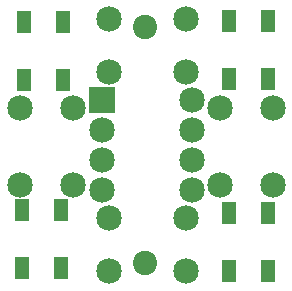
<source format=gts>
G04 MADE WITH FRITZING*
G04 WWW.FRITZING.ORG*
G04 DOUBLE SIDED*
G04 HOLES PLATED*
G04 CONTOUR ON CENTER OF CONTOUR VECTOR*
%ASAXBY*%
%FSLAX23Y23*%
%MOIN*%
%OFA0B0*%
%SFA1.0B1.0*%
%ADD10C,0.081181*%
%ADD11C,0.085000*%
%ADD12R,0.050236X0.077069*%
%ADD13R,0.050222X0.077069*%
%ADD14R,0.050236X0.077083*%
%ADD15R,0.050222X0.077056*%
%ADD16R,0.085000X0.085000*%
%LNMASK1*%
G90*
G70*
G54D10*
X495Y95D03*
X495Y882D03*
X495Y95D03*
X495Y882D03*
X495Y95D03*
X495Y882D03*
G54D11*
X77Y357D03*
X77Y613D03*
X254Y357D03*
X254Y613D03*
X375Y908D03*
X631Y908D03*
X375Y731D03*
X631Y731D03*
X351Y639D03*
X651Y639D03*
X351Y539D03*
X651Y539D03*
X351Y439D03*
X651Y439D03*
X351Y339D03*
X651Y339D03*
X744Y357D03*
X744Y613D03*
X921Y357D03*
X921Y613D03*
X375Y245D03*
X631Y245D03*
X375Y68D03*
X631Y68D03*
G54D12*
X776Y902D03*
G54D13*
X906Y902D03*
G54D14*
X776Y709D03*
G54D15*
X906Y709D03*
G54D12*
X84Y272D03*
G54D13*
X214Y272D03*
G54D14*
X84Y80D03*
G54D15*
X214Y80D03*
G54D12*
X91Y898D03*
G54D13*
X221Y898D03*
G54D14*
X91Y706D03*
G54D15*
X221Y706D03*
G54D12*
X775Y262D03*
G54D13*
X905Y262D03*
G54D14*
X775Y70D03*
G54D15*
X905Y70D03*
G54D16*
X351Y639D03*
G04 End of Mask1*
M02*
</source>
